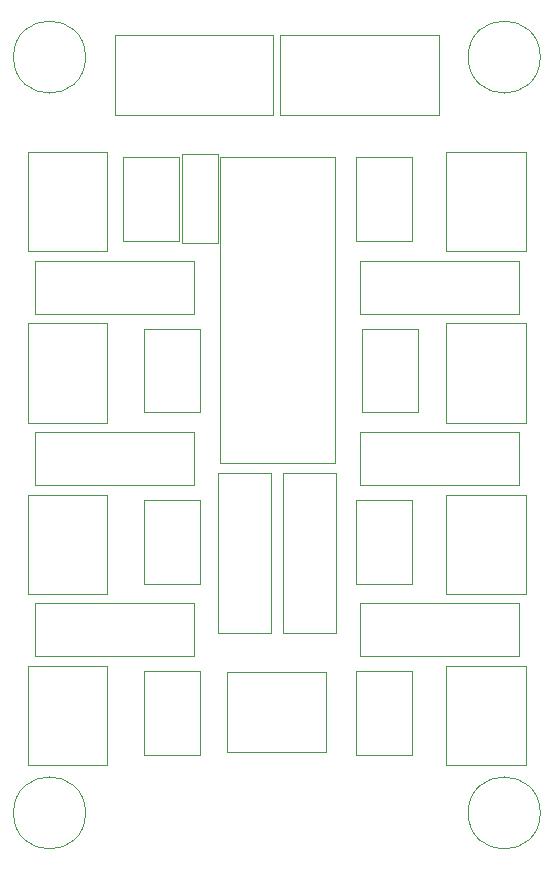
<source format=gbr>
G04 #@! TF.GenerationSoftware,KiCad,Pcbnew,(5.1.4)-1*
G04 #@! TF.CreationDate,2020-01-27T08:50:11+02:00*
G04 #@! TF.ProjectId,8_switch_array,385f7377-6974-4636-985f-61727261792e,rev?*
G04 #@! TF.SameCoordinates,Original*
G04 #@! TF.FileFunction,Other,User*
%FSLAX46Y46*%
G04 Gerber Fmt 4.6, Leading zero omitted, Abs format (unit mm)*
G04 Created by KiCad (PCBNEW (5.1.4)-1) date 2020-01-27 08:50:11*
%MOMM*%
%LPD*%
G04 APERTURE LIST*
%ADD10C,0.050000*%
G04 APERTURE END LIST*
D10*
X151700000Y-45450000D02*
X141900000Y-45450000D01*
X151700000Y-71400000D02*
X151700000Y-45450000D01*
X141900000Y-71400000D02*
X151700000Y-71400000D01*
X141900000Y-45450000D02*
X141900000Y-71400000D01*
X151750000Y-85750000D02*
X151750000Y-72250000D01*
X147250000Y-85750000D02*
X151750000Y-85750000D01*
X147250000Y-72250000D02*
X147250000Y-85750000D01*
X151750000Y-72250000D02*
X147250000Y-72250000D01*
X167250000Y-83250000D02*
X153750000Y-83250000D01*
X167250000Y-87750000D02*
X167250000Y-83250000D01*
X153750000Y-87750000D02*
X167250000Y-87750000D01*
X153750000Y-83250000D02*
X153750000Y-87750000D01*
X146250000Y-85750000D02*
X146250000Y-72250000D01*
X141750000Y-85750000D02*
X146250000Y-85750000D01*
X141750000Y-72250000D02*
X141750000Y-85750000D01*
X146250000Y-72250000D02*
X141750000Y-72250000D01*
X126250000Y-87750000D02*
X139750000Y-87750000D01*
X126250000Y-83250000D02*
X126250000Y-87750000D01*
X139750000Y-83250000D02*
X126250000Y-83250000D01*
X139750000Y-87750000D02*
X139750000Y-83250000D01*
X153490000Y-96090000D02*
X153490000Y-88990000D01*
X153490000Y-96090000D02*
X158230000Y-96090000D01*
X158230000Y-88990000D02*
X153490000Y-88990000D01*
X158230000Y-88990000D02*
X158230000Y-96090000D01*
X153490000Y-81590000D02*
X153490000Y-74490000D01*
X153490000Y-81590000D02*
X158230000Y-81590000D01*
X158230000Y-74490000D02*
X153490000Y-74490000D01*
X158230000Y-74490000D02*
X158230000Y-81590000D01*
X135490000Y-96090000D02*
X135490000Y-88990000D01*
X135490000Y-96090000D02*
X140230000Y-96090000D01*
X140230000Y-88990000D02*
X135490000Y-88990000D01*
X140230000Y-88990000D02*
X140230000Y-96090000D01*
X135490000Y-81590000D02*
X135490000Y-74490000D01*
X135490000Y-81590000D02*
X140230000Y-81590000D01*
X140230000Y-74490000D02*
X135490000Y-74490000D01*
X140230000Y-74490000D02*
X140230000Y-81590000D01*
X167850000Y-96950000D02*
X167850000Y-88550000D01*
X161100000Y-96950000D02*
X167850000Y-96950000D01*
X161100000Y-88550000D02*
X161100000Y-96950000D01*
X167850000Y-88550000D02*
X161100000Y-88550000D01*
X167850000Y-82450000D02*
X167850000Y-74050000D01*
X161100000Y-82450000D02*
X167850000Y-82450000D01*
X161100000Y-74050000D02*
X161100000Y-82450000D01*
X167850000Y-74050000D02*
X161100000Y-74050000D01*
X125650000Y-88550000D02*
X125650000Y-96950000D01*
X132400000Y-88550000D02*
X125650000Y-88550000D01*
X132400000Y-96950000D02*
X132400000Y-88550000D01*
X125650000Y-96950000D02*
X132400000Y-96950000D01*
X125650000Y-74050000D02*
X125650000Y-82450000D01*
X132400000Y-74050000D02*
X125650000Y-74050000D01*
X132400000Y-82450000D02*
X132400000Y-74050000D01*
X125650000Y-82450000D02*
X132400000Y-82450000D01*
X138750000Y-45250000D02*
X138750000Y-52750000D01*
X141750000Y-45250000D02*
X138750000Y-45250000D01*
X141750000Y-52750000D02*
X141750000Y-45250000D01*
X138750000Y-52750000D02*
X141750000Y-52750000D01*
X169050000Y-37000000D02*
G75*
G03X169050000Y-37000000I-3050000J0D01*
G01*
X169050000Y-101000000D02*
G75*
G03X169050000Y-101000000I-3050000J0D01*
G01*
X130550000Y-101000000D02*
G75*
G03X130550000Y-101000000I-3050000J0D01*
G01*
X130550000Y-37000000D02*
G75*
G03X130550000Y-37000000I-3050000J0D01*
G01*
X126250000Y-73250000D02*
X139750000Y-73250000D01*
X126250000Y-68750000D02*
X126250000Y-73250000D01*
X139750000Y-68750000D02*
X126250000Y-68750000D01*
X139750000Y-73250000D02*
X139750000Y-68750000D01*
X167250000Y-54250000D02*
X153750000Y-54250000D01*
X167250000Y-58750000D02*
X167250000Y-54250000D01*
X153750000Y-58750000D02*
X167250000Y-58750000D01*
X153750000Y-54250000D02*
X153750000Y-58750000D01*
X126250000Y-58750000D02*
X139750000Y-58750000D01*
X126250000Y-54250000D02*
X126250000Y-58750000D01*
X139750000Y-54250000D02*
X126250000Y-54250000D01*
X139750000Y-58750000D02*
X139750000Y-54250000D01*
X167250000Y-68750000D02*
X153750000Y-68750000D01*
X167250000Y-73250000D02*
X167250000Y-68750000D01*
X153750000Y-73250000D02*
X167250000Y-73250000D01*
X153750000Y-68750000D02*
X153750000Y-73250000D01*
X135490000Y-67090000D02*
X135490000Y-59990000D01*
X135490000Y-67090000D02*
X140230000Y-67090000D01*
X140230000Y-59990000D02*
X135490000Y-59990000D01*
X140230000Y-59990000D02*
X140230000Y-67090000D01*
X153490000Y-52590000D02*
X153490000Y-45490000D01*
X153490000Y-52590000D02*
X158230000Y-52590000D01*
X158230000Y-45490000D02*
X153490000Y-45490000D01*
X158230000Y-45490000D02*
X158230000Y-52590000D01*
X133740000Y-52590000D02*
X133740000Y-45490000D01*
X133740000Y-52590000D02*
X138480000Y-52590000D01*
X138480000Y-45490000D02*
X133740000Y-45490000D01*
X138480000Y-45490000D02*
X138480000Y-52590000D01*
X153990000Y-67090000D02*
X153990000Y-59990000D01*
X153990000Y-67090000D02*
X158730000Y-67090000D01*
X158730000Y-59990000D02*
X153990000Y-59990000D01*
X158730000Y-59990000D02*
X158730000Y-67090000D01*
X142550000Y-95850000D02*
X150950000Y-95850000D01*
X142550000Y-89100000D02*
X142550000Y-95850000D01*
X150950000Y-89100000D02*
X142550000Y-89100000D01*
X150950000Y-95850000D02*
X150950000Y-89100000D01*
X125650000Y-59550000D02*
X125650000Y-67950000D01*
X132400000Y-59550000D02*
X125650000Y-59550000D01*
X132400000Y-67950000D02*
X132400000Y-59550000D01*
X125650000Y-67950000D02*
X132400000Y-67950000D01*
X167850000Y-53450000D02*
X167850000Y-45050000D01*
X161100000Y-53450000D02*
X167850000Y-53450000D01*
X161100000Y-45050000D02*
X161100000Y-53450000D01*
X167850000Y-45050000D02*
X161100000Y-45050000D01*
X125650000Y-45050000D02*
X125650000Y-53450000D01*
X132400000Y-45050000D02*
X125650000Y-45050000D01*
X132400000Y-53450000D02*
X132400000Y-45050000D01*
X125650000Y-53450000D02*
X132400000Y-53450000D01*
X167850000Y-67950000D02*
X167850000Y-59550000D01*
X161100000Y-67950000D02*
X167850000Y-67950000D01*
X161100000Y-59550000D02*
X161100000Y-67950000D01*
X167850000Y-59550000D02*
X161100000Y-59550000D01*
X160450000Y-35150000D02*
X147050000Y-35150000D01*
X160450000Y-41900000D02*
X160450000Y-35150000D01*
X147050000Y-41900000D02*
X160450000Y-41900000D01*
X147050000Y-35150000D02*
X147050000Y-41900000D01*
X146450000Y-35150000D02*
X133050000Y-35150000D01*
X146450000Y-41900000D02*
X146450000Y-35150000D01*
X133050000Y-41900000D02*
X146450000Y-41900000D01*
X133050000Y-35150000D02*
X133050000Y-41900000D01*
M02*

</source>
